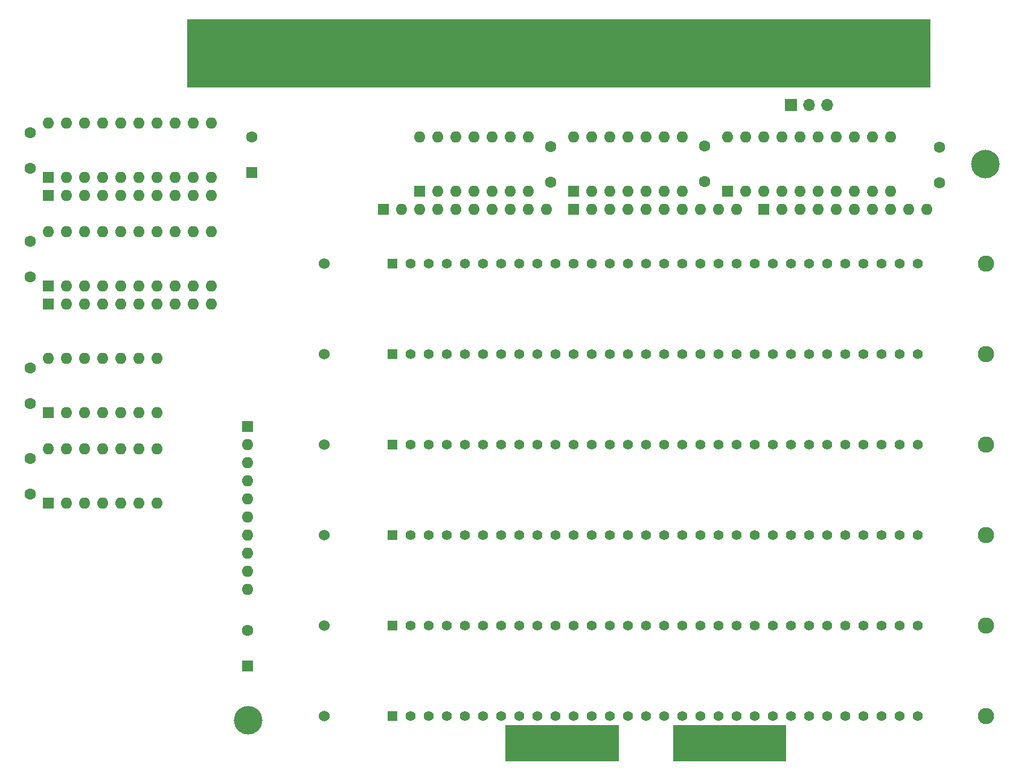
<source format=gts>
%TF.GenerationSoftware,KiCad,Pcbnew,(6.0.7)*%
%TF.CreationDate,2022-10-12T10:44:44-05:00*%
%TF.ProjectId,CompaqPortableIIImemexp,436f6d70-6171-4506-9f72-7461626c6549,rev?*%
%TF.SameCoordinates,Original*%
%TF.FileFunction,Soldermask,Top*%
%TF.FilePolarity,Negative*%
%FSLAX46Y46*%
G04 Gerber Fmt 4.6, Leading zero omitted, Abs format (unit mm)*
G04 Created by KiCad (PCBNEW (6.0.7)) date 2022-10-12 10:44:44*
%MOMM*%
%LPD*%
G01*
G04 APERTURE LIST*
%ADD10C,0.100000*%
%ADD11C,4.000000*%
%ADD12C,1.600000*%
%ADD13R,1.600000X1.600000*%
%ADD14O,1.600000X1.600000*%
%ADD15C,2.286000*%
%ADD16C,1.524000*%
%ADD17R,1.397000X1.397000*%
%ADD18C,1.397000*%
%ADD19R,1.700000X1.700000*%
%ADD20O,1.700000X1.700000*%
G04 APERTURE END LIST*
G36*
X135890000Y-143510000D02*
G01*
X151765000Y-143510000D01*
X151765000Y-148590000D01*
X135890000Y-148590000D01*
X135890000Y-143510000D01*
G37*
G36*
X159385000Y-143510000D02*
G01*
X175260000Y-143510000D01*
X175260000Y-148590000D01*
X159385000Y-148590000D01*
X159385000Y-143510000D01*
G37*
%TO.C,J114*%
G36*
X195402200Y-53975000D02*
G01*
X91262200Y-53975000D01*
X91262200Y-44450000D01*
X195402200Y-44450000D01*
X195402200Y-53975000D01*
G37*
D10*
X195402200Y-53975000D02*
X91262200Y-53975000D01*
X91262200Y-44450000D01*
X195402200Y-44450000D01*
X195402200Y-53975000D01*
G36*
X135890000Y-143510000D02*
G01*
X151765000Y-143510000D01*
X151765000Y-148590000D01*
X135890000Y-148590000D01*
X135890000Y-143510000D01*
G37*
G36*
X159385000Y-143510000D02*
G01*
X175260000Y-143510000D01*
X175260000Y-148590000D01*
X159385000Y-148590000D01*
X159385000Y-143510000D01*
G37*
G36*
X195402200Y-53975000D02*
G01*
X91262200Y-53975000D01*
X91262200Y-44450000D01*
X195402200Y-44450000D01*
X195402200Y-53975000D01*
G37*
X195402200Y-53975000D02*
X91262200Y-53975000D01*
X91262200Y-44450000D01*
X195402200Y-44450000D01*
X195402200Y-53975000D01*
%TD*%
D11*
%TO.C,H2*%
X203200000Y-64770000D03*
%TD*%
D12*
%TO.C,C9*%
X142240000Y-67310000D03*
X142240000Y-62310000D03*
%TD*%
D13*
%TO.C,U6*%
X71760000Y-66665000D03*
D14*
X74300000Y-66665000D03*
X76840000Y-66665000D03*
X79380000Y-66665000D03*
X81920000Y-66665000D03*
X84460000Y-66665000D03*
X87000000Y-66665000D03*
X89540000Y-66665000D03*
X92080000Y-66665000D03*
X94620000Y-66665000D03*
X94620000Y-59045000D03*
X92080000Y-59045000D03*
X89540000Y-59045000D03*
X87000000Y-59045000D03*
X84460000Y-59045000D03*
X81920000Y-59045000D03*
X79380000Y-59045000D03*
X76840000Y-59045000D03*
X74300000Y-59045000D03*
X71760000Y-59045000D03*
%TD*%
D12*
%TO.C,C5*%
X69215000Y-65365000D03*
X69215000Y-60365000D03*
%TD*%
D11*
%TO.C,H1*%
X99765000Y-142875000D03*
%TD*%
D12*
%TO.C,C3*%
X163830000Y-67270000D03*
X163830000Y-62270000D03*
%TD*%
D15*
%TO.C,J006*%
X203265000Y-78740000D03*
D16*
X110425000Y-78740000D03*
D17*
X120015000Y-78740000D03*
D18*
X122555000Y-78740000D03*
X125095000Y-78740000D03*
X127635000Y-78740000D03*
X130175000Y-78740000D03*
X132715000Y-78740000D03*
X135255000Y-78740000D03*
X137795000Y-78740000D03*
X140335000Y-78740000D03*
X142875000Y-78740000D03*
X145415000Y-78740000D03*
X147955000Y-78740000D03*
X150495000Y-78740000D03*
X153035000Y-78740000D03*
X155575000Y-78740000D03*
X158115000Y-78740000D03*
X160655000Y-78740000D03*
X163195000Y-78740000D03*
X165735000Y-78740000D03*
X168275000Y-78740000D03*
X170815000Y-78740000D03*
X173355000Y-78740000D03*
X175895000Y-78740000D03*
X178435000Y-78740000D03*
X180975000Y-78740000D03*
X183515000Y-78740000D03*
X186055000Y-78740000D03*
X188595000Y-78740000D03*
X191135000Y-78740000D03*
X193675000Y-78740000D03*
%TD*%
D13*
%TO.C,U5*%
X71755000Y-81915000D03*
D14*
X74295000Y-81915000D03*
X76835000Y-81915000D03*
X79375000Y-81915000D03*
X81915000Y-81915000D03*
X84455000Y-81915000D03*
X86995000Y-81915000D03*
X89535000Y-81915000D03*
X92075000Y-81915000D03*
X94615000Y-81915000D03*
X94615000Y-74295000D03*
X92075000Y-74295000D03*
X89535000Y-74295000D03*
X86995000Y-74295000D03*
X84455000Y-74295000D03*
X81915000Y-74295000D03*
X79375000Y-74295000D03*
X76835000Y-74295000D03*
X74295000Y-74295000D03*
X71755000Y-74295000D03*
%TD*%
D12*
%TO.C,C8*%
X69215000Y-111125000D03*
X69215000Y-106125000D03*
%TD*%
D13*
%TO.C,U4*%
X71750000Y-99685000D03*
D14*
X74290000Y-99685000D03*
X76830000Y-99685000D03*
X79370000Y-99685000D03*
X81910000Y-99685000D03*
X84450000Y-99685000D03*
X86990000Y-99685000D03*
X86990000Y-92065000D03*
X84450000Y-92065000D03*
X81910000Y-92065000D03*
X79370000Y-92065000D03*
X76830000Y-92065000D03*
X74290000Y-92065000D03*
X71750000Y-92065000D03*
%TD*%
D15*
%TO.C,J003*%
X203265000Y-116840000D03*
D16*
X110425000Y-116840000D03*
D17*
X120015000Y-116840000D03*
D18*
X122555000Y-116840000D03*
X125095000Y-116840000D03*
X127635000Y-116840000D03*
X130175000Y-116840000D03*
X132715000Y-116840000D03*
X135255000Y-116840000D03*
X137795000Y-116840000D03*
X140335000Y-116840000D03*
X142875000Y-116840000D03*
X145415000Y-116840000D03*
X147955000Y-116840000D03*
X150495000Y-116840000D03*
X153035000Y-116840000D03*
X155575000Y-116840000D03*
X158115000Y-116840000D03*
X160655000Y-116840000D03*
X163195000Y-116840000D03*
X165735000Y-116840000D03*
X168275000Y-116840000D03*
X170815000Y-116840000D03*
X173355000Y-116840000D03*
X175895000Y-116840000D03*
X178435000Y-116840000D03*
X180975000Y-116840000D03*
X183515000Y-116840000D03*
X186055000Y-116840000D03*
X188595000Y-116840000D03*
X191135000Y-116840000D03*
X193675000Y-116840000D03*
%TD*%
D13*
%TO.C,RN4*%
X99695000Y-101600000D03*
D14*
X99695000Y-104140000D03*
X99695000Y-106680000D03*
X99695000Y-109220000D03*
X99695000Y-111760000D03*
X99695000Y-114300000D03*
X99695000Y-116840000D03*
X99695000Y-119380000D03*
X99695000Y-121920000D03*
X99695000Y-124460000D03*
%TD*%
D16*
%TO.C,J002*%
X110425000Y-129540000D03*
D15*
X203265000Y-129540000D03*
D17*
X120015000Y-129540000D03*
D18*
X122555000Y-129540000D03*
X125095000Y-129540000D03*
X127635000Y-129540000D03*
X130175000Y-129540000D03*
X132715000Y-129540000D03*
X135255000Y-129540000D03*
X137795000Y-129540000D03*
X140335000Y-129540000D03*
X142875000Y-129540000D03*
X145415000Y-129540000D03*
X147955000Y-129540000D03*
X150495000Y-129540000D03*
X153035000Y-129540000D03*
X155575000Y-129540000D03*
X158115000Y-129540000D03*
X160655000Y-129540000D03*
X163195000Y-129540000D03*
X165735000Y-129540000D03*
X168275000Y-129540000D03*
X170815000Y-129540000D03*
X173355000Y-129540000D03*
X175895000Y-129540000D03*
X178435000Y-129540000D03*
X180975000Y-129540000D03*
X183515000Y-129540000D03*
X186055000Y-129540000D03*
X188595000Y-129540000D03*
X191135000Y-129540000D03*
X193675000Y-129540000D03*
%TD*%
D13*
%TO.C,U1*%
X167010000Y-68570000D03*
D14*
X169550000Y-68570000D03*
X172090000Y-68570000D03*
X174630000Y-68570000D03*
X177170000Y-68570000D03*
X179710000Y-68570000D03*
X182250000Y-68570000D03*
X184790000Y-68570000D03*
X187330000Y-68570000D03*
X189870000Y-68570000D03*
X189870000Y-60950000D03*
X187330000Y-60950000D03*
X184790000Y-60950000D03*
X182250000Y-60950000D03*
X179710000Y-60950000D03*
X177170000Y-60950000D03*
X174630000Y-60950000D03*
X172090000Y-60950000D03*
X169550000Y-60950000D03*
X167010000Y-60950000D03*
%TD*%
D13*
%TO.C,RN3*%
X118750000Y-71120000D03*
D14*
X121290000Y-71120000D03*
X123830000Y-71120000D03*
X126370000Y-71120000D03*
X128910000Y-71120000D03*
X131450000Y-71120000D03*
X133990000Y-71120000D03*
X136530000Y-71120000D03*
X139070000Y-71120000D03*
X141610000Y-71120000D03*
%TD*%
D15*
%TO.C,J005*%
X203265000Y-91440000D03*
D16*
X110425000Y-91440000D03*
D17*
X120015000Y-91440000D03*
D18*
X122555000Y-91440000D03*
X125095000Y-91440000D03*
X127635000Y-91440000D03*
X130175000Y-91440000D03*
X132715000Y-91440000D03*
X135255000Y-91440000D03*
X137795000Y-91440000D03*
X140335000Y-91440000D03*
X142875000Y-91440000D03*
X145415000Y-91440000D03*
X147955000Y-91440000D03*
X150495000Y-91440000D03*
X153035000Y-91440000D03*
X155575000Y-91440000D03*
X158115000Y-91440000D03*
X160655000Y-91440000D03*
X163195000Y-91440000D03*
X165735000Y-91440000D03*
X168275000Y-91440000D03*
X170815000Y-91440000D03*
X173355000Y-91440000D03*
X175895000Y-91440000D03*
X178435000Y-91440000D03*
X180975000Y-91440000D03*
X183515000Y-91440000D03*
X186055000Y-91440000D03*
X188595000Y-91440000D03*
X191135000Y-91440000D03*
X193675000Y-91440000D03*
%TD*%
D12*
%TO.C,C4*%
X196719401Y-67404120D03*
X196719401Y-62404120D03*
%TD*%
D16*
%TO.C,J001*%
X110425000Y-142240000D03*
D15*
X203265000Y-142240000D03*
D17*
X120015000Y-142240000D03*
D18*
X122555000Y-142240000D03*
X125095000Y-142240000D03*
X127635000Y-142240000D03*
X130175000Y-142240000D03*
X132715000Y-142240000D03*
X135255000Y-142240000D03*
X137795000Y-142240000D03*
X140335000Y-142240000D03*
X142875000Y-142240000D03*
X145415000Y-142240000D03*
X147955000Y-142240000D03*
X150495000Y-142240000D03*
X153035000Y-142240000D03*
X155575000Y-142240000D03*
X158115000Y-142240000D03*
X160655000Y-142240000D03*
X163195000Y-142240000D03*
X165735000Y-142240000D03*
X168275000Y-142240000D03*
X170815000Y-142240000D03*
X173355000Y-142240000D03*
X175895000Y-142240000D03*
X178435000Y-142240000D03*
X180975000Y-142240000D03*
X183515000Y-142240000D03*
X186055000Y-142240000D03*
X188595000Y-142240000D03*
X191135000Y-142240000D03*
X193675000Y-142240000D03*
%TD*%
D12*
%TO.C,C7*%
X69215000Y-98385000D03*
X69215000Y-93385000D03*
%TD*%
D13*
%TO.C,RN1*%
X172090000Y-71120000D03*
D14*
X174630000Y-71120000D03*
X177170000Y-71120000D03*
X179710000Y-71120000D03*
X182250000Y-71120000D03*
X184790000Y-71120000D03*
X187330000Y-71120000D03*
X189870000Y-71120000D03*
X192410000Y-71120000D03*
X194950000Y-71120000D03*
%TD*%
D13*
%TO.C,U3*%
X71755000Y-112395000D03*
D14*
X74295000Y-112395000D03*
X76835000Y-112395000D03*
X79375000Y-112395000D03*
X81915000Y-112395000D03*
X84455000Y-112395000D03*
X86995000Y-112395000D03*
X86995000Y-104775000D03*
X84455000Y-104775000D03*
X81915000Y-104775000D03*
X79375000Y-104775000D03*
X76835000Y-104775000D03*
X74295000Y-104775000D03*
X71755000Y-104775000D03*
%TD*%
D15*
%TO.C,J004*%
X203265000Y-104140000D03*
D16*
X110425000Y-104140000D03*
D17*
X120015000Y-104140000D03*
D18*
X122555000Y-104140000D03*
X125095000Y-104140000D03*
X127635000Y-104140000D03*
X130175000Y-104140000D03*
X132715000Y-104140000D03*
X135255000Y-104140000D03*
X137795000Y-104140000D03*
X140335000Y-104140000D03*
X142875000Y-104140000D03*
X145415000Y-104140000D03*
X147955000Y-104140000D03*
X150495000Y-104140000D03*
X153035000Y-104140000D03*
X155575000Y-104140000D03*
X158115000Y-104140000D03*
X160655000Y-104140000D03*
X163195000Y-104140000D03*
X165735000Y-104140000D03*
X168275000Y-104140000D03*
X170815000Y-104140000D03*
X173355000Y-104140000D03*
X175895000Y-104140000D03*
X178435000Y-104140000D03*
X180975000Y-104140000D03*
X183515000Y-104140000D03*
X186055000Y-104140000D03*
X188595000Y-104140000D03*
X191135000Y-104140000D03*
X193675000Y-104140000D03*
%TD*%
D13*
%TO.C,U2*%
X145410000Y-68570000D03*
D14*
X147950000Y-68570000D03*
X150490000Y-68570000D03*
X153030000Y-68570000D03*
X155570000Y-68570000D03*
X158110000Y-68570000D03*
X160650000Y-68570000D03*
X160650000Y-60950000D03*
X158110000Y-60950000D03*
X155570000Y-60950000D03*
X153030000Y-60950000D03*
X150490000Y-60950000D03*
X147950000Y-60950000D03*
X145410000Y-60950000D03*
%TD*%
D13*
%TO.C,C2*%
X100330000Y-66000000D03*
D12*
X100330000Y-61000000D03*
%TD*%
D13*
%TO.C,C1*%
X99695000Y-135215000D03*
D12*
X99695000Y-130215000D03*
%TD*%
D13*
%TO.C,U7*%
X123825000Y-68580000D03*
D14*
X126365000Y-68580000D03*
X128905000Y-68580000D03*
X131445000Y-68580000D03*
X133985000Y-68580000D03*
X136525000Y-68580000D03*
X139065000Y-68580000D03*
X139065000Y-60960000D03*
X136525000Y-60960000D03*
X133985000Y-60960000D03*
X131445000Y-60960000D03*
X128905000Y-60960000D03*
X126365000Y-60960000D03*
X123825000Y-60960000D03*
%TD*%
D12*
%TO.C,C6*%
X69215000Y-80605000D03*
X69215000Y-75605000D03*
%TD*%
D13*
%TO.C,RN5*%
X71760000Y-69215000D03*
D14*
X74300000Y-69215000D03*
X76840000Y-69215000D03*
X79380000Y-69215000D03*
X81920000Y-69215000D03*
X84460000Y-69215000D03*
X87000000Y-69215000D03*
X89540000Y-69215000D03*
X92080000Y-69215000D03*
X94620000Y-69215000D03*
%TD*%
D13*
%TO.C,RN6*%
X71755000Y-84455000D03*
D14*
X74295000Y-84455000D03*
X76835000Y-84455000D03*
X79375000Y-84455000D03*
X81915000Y-84455000D03*
X84455000Y-84455000D03*
X86995000Y-84455000D03*
X89535000Y-84455000D03*
X92075000Y-84455000D03*
X94615000Y-84455000D03*
%TD*%
D19*
%TO.C,E1*%
X175895000Y-56515000D03*
D20*
X178435000Y-56515000D03*
X180975000Y-56515000D03*
%TD*%
D13*
%TO.C,RN2*%
X145420000Y-71120000D03*
D14*
X147960000Y-71120000D03*
X150500000Y-71120000D03*
X153040000Y-71120000D03*
X155580000Y-71120000D03*
X158120000Y-71120000D03*
X160660000Y-71120000D03*
X163200000Y-71120000D03*
X165740000Y-71120000D03*
X168280000Y-71120000D03*
%TD*%
M02*

</source>
